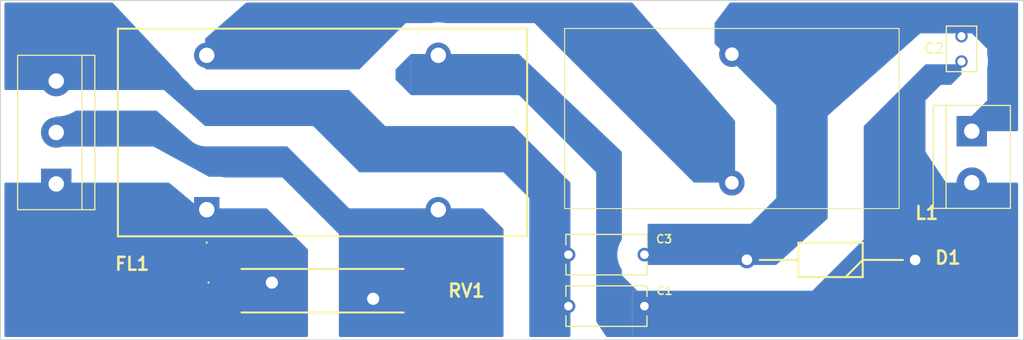
<source format=kicad_pcb>
(kicad_pcb (version 20221018) (generator pcbnew)
  (layers (0 "F.Cu" signal) (31 "B.Cu" signal) (34 "B.Paste" user) (35 "F.Paste" user) (36 "B.SilkS" user "B.Silkscreen") (37 "F.SilkS" user "F.Silkscreen") (38 "B.Mask" user) (39 "F.Mask" user) (44 "Edge.Cuts" user))
  (net 0 "")
  (net 1 "Net-(D1-A2)")
  (net 2 "Net-(D1-A1)")
  (net 3 "Net-(TM_BLOCK/3P1-Pin_1)")
  (net 4 "Net-(TM_BLOCK/3P1-Pin_2)")
  (net 5 "GNDREF")
  (net 6 "Net-(FL1-Pad4)")
  (footprint "VAMK_CON:TM_BLOCK_2P" (layer "F.Cu") (at 183.388 88.9 -90)
    (fp_text reference "TM_BLOCK/2P1" hide)
    (fp_text value "TM_BLOCK_2P" hide)
    (fp_line (start -2.54 -3.81) (end -2.54 3.81) (stroke (width 0.12)) (layer "F.SilkS"))
    (fp_line (start -2.54 3.81) (end 7.62 3.81) (stroke (width 0.12)) (layer "F.SilkS"))
    (fp_line (start 7.62 -3.81) (end -2.54 -3.81) (stroke (width 0.12)) (layer "F.SilkS"))
    (fp_line (start 7.62 2.54) (end -2.54 2.54) (stroke (width 0.12)) (layer "F.SilkS"))
    (fp_line (start 7.62 3.81) (end 7.62 -3.81) (stroke (width 0.12)) (layer "F.SilkS"))
    (pad "1" thru_hole rect (at 0 0 270) (size 3 3) (drill 1.52) (layers "*.Cu" "*.Mask") (net 1 "Net-(D1-A2)"))
    (pad "2" thru_hole circle (at 5.08 0 270) (size 3 3) (drill 1.52) (layers "*.Cu" "*.Mask") (net 2 "Net-(D1-A1)"))
  )
  (footprint "2200pF:CAP_DE2E3SA222MJ3BT02F" (layer "F.Cu") (at 147.32 101.092 180)
    (fp_text reference "C3" (at -5.69 1.54) (layer "F.SilkS") (effects (font (size 0.8 0.8))))
    (fp_text value "2200p" hide)
    (fp_line (start -4 -2) (end -4 -0.96) (stroke (width 0.127)) (layer "F.SilkS"))
    (fp_line (start -4 0.96) (end -4 2) (stroke (width 0.127)) (layer "F.SilkS"))
    (fp_line (start -4 2) (end 4 2) (stroke (width 0.127)) (layer "F.SilkS"))
    (fp_line (start 4 -2) (end -4 -2) (stroke (width 0.127)) (layer "F.SilkS"))
    (fp_line (start 4 -2) (end 4 -0.96) (stroke (width 0.127)) (layer "F.SilkS"))
    (fp_line (start 4 0.96) (end 4 2) (stroke (width 0.127)) (layer "F.SilkS"))
    (pad "1" thru_hole circle (at -3.75 0 180) (size 1.35 1.35) (drill 0.85) (layers "*.Cu" "*.Mask") (net 1 "Net-(D1-A2)"))
    (pad "2" thru_hole circle (at 3.75 0 180) (size 1.35 1.35) (drill 0.85) (layers "*.Cu" "*.Mask") (net 5 "GNDREF"))
  )
  (footprint "Filter_B82725S2103N003:B82725S2103N003" (layer "F.Cu") (at 107.86 96.65)
    (fp_text reference "FL1" (at -7.36 5.35) (layer "F.SilkS") (effects (font (size 1.27 1.27) (thickness 0.254))))
    (fp_text value "2.8 mH" hide)
    (fp_line (start -8.77 -17.87) (end -8.77 2.63) (stroke (width 0.2)) (layer "F.SilkS"))
    (fp_line (start -8.77 2.63) (end 31.63 2.63) (stroke (width 0.2)) (layer "F.SilkS"))
    (fp_line (start 0 3.2) (end 0 3.2) (stroke (width 0.1)) (layer "F.SilkS"))
    (fp_line (start 0 3.3) (end 0 3.2) (stroke (width 0.1)) (layer "F.SilkS"))
    (fp_line (start 0 3.3) (end 0 3.3) (stroke (width 0.1)) (layer "F.SilkS"))
    (fp_line (start 31.63 -17.87) (end -8.77 -17.87) (stroke (width 0.2)) (layer "F.SilkS"))
    (fp_line (start 31.63 2.63) (end 31.63 -17.87) (stroke (width 0.2)) (layer "F.SilkS"))
    (fp_arc (start 0 3.2) (mid 0.05 3.25) (end 0 3.3) (stroke (width 0.1)) (layer "F.SilkS"))
    (fp_arc (start 0 3.3) (mid -0.05 3.25) (end 0 3.2) (stroke (width 0.1)) (layer "F.SilkS"))
    (pad "1" thru_hole rect (at 0 0) (size 2.5 2.5) (drill 1.52) (layers "*.Cu" "*.Mask") (net 3 "Net-(TM_BLOCK/3P1-Pin_1)"))
    (pad "2" thru_hole circle (at 22.86 0) (size 2.5 2.5) (drill 1.52) (layers "*.Cu" "*.Mask") (net 4 "Net-(TM_BLOCK/3P1-Pin_2)"))
    (pad "3" thru_hole circle (at 22.86 -15.24) (size 2.5 2.5) (drill 1.52) (layers "*.Cu" "*.Mask") (net 2 "Net-(D1-A1)"))
    (pad "4" thru_hole circle (at 0 -15.24) (size 2.5 2.5) (drill 1.52) (layers "*.Cu" "*.Mask") (net 6 "Net-(FL1-Pad4)"))
  )
  (footprint "Coil_100u:PE92112KNL" (layer "F.Cu") (at 159.7 94 90)
    (fp_text reference "L1" (at -2.98 19.24) (layer "F.SilkS") (effects (font (size 1.27 1.27) (thickness 0.254))))
    (fp_text value "100u" hide)
    (fp_line (start -2.54 -16.51) (end 15.24 -16.51) (stroke (width 0.1)) (layer "F.SilkS"))
    (fp_line (start -2.54 16.51) (end -2.54 -16.51) (stroke (width 0.1)) (layer "F.SilkS"))
    (fp_line (start 15.24 -16.51) (end 15.24 16.51) (stroke (width 0.1)) (layer "F.SilkS"))
    (fp_line (start 15.24 16.51) (end -2.54 16.51) (stroke (width 0.1)) (layer "F.SilkS"))
    (pad "1" thru_hole circle (at 0 0 90) (size 2.5 2.5) (drill 1.343) (layers "*.Cu" "*.Mask") (net 6 "Net-(FL1-Pad4)"))
    (pad "2" thru_hole circle (at 12.7 0 90) (size 2.5 2.5) (drill 1.343) (layers "*.Cu" "*.Mask") (net 1 "Net-(D1-A2)"))
  )
  (footprint "2200pF:CAP_DE2E3SA222MJ3BT02F" (layer "F.Cu") (at 147.32 106.172 180)
    (fp_text reference "C1" (at -5.73 1.52) (layer "F.SilkS") (effects (font (size 0.8 0.8))))
    (fp_text value "2200p" hide)
    (fp_line (start -4 -2) (end -4 -0.96) (stroke (width 0.127)) (layer "F.SilkS"))
    (fp_line (start -4 0.96) (end -4 2) (stroke (width 0.127)) (layer "F.SilkS"))
    (fp_line (start -4 2) (end 4 2) (stroke (width 0.127)) (layer "F.SilkS"))
    (fp_line (start 4 -2) (end -4 -2) (stroke (width 0.127)) (layer "F.SilkS"))
    (fp_line (start 4 -2) (end 4 -0.96) (stroke (width 0.127)) (layer "F.SilkS"))
    (fp_line (start 4 0.96) (end 4 2) (stroke (width 0.127)) (layer "F.SilkS"))
    (pad "1" thru_hole circle (at -3.75 0 180) (size 1.35 1.35) (drill 0.85) (layers "*.Cu" "*.Mask") (net 2 "Net-(D1-A1)"))
    (pad "2" thru_hole circle (at 3.75 0 180) (size 1.35 1.35) (drill 0.85) (layers "*.Cu" "*.Mask") (net 5 "GNDREF"))
  )
  (footprint "P6KEG39CA:DIOAD1995W86L635D340" (layer "F.Cu") (at 179.4445 101.605 180)
    (fp_text reference "D1" (at -1.5875 0.215) (layer "F.SilkS") (effects (font (size 1.27 1.27) (thickness 0.254))))
    (fp_text value "P6KEG39CA" hide)
    (fp_line (start 2.86 -0.01) (end 6.825 0) (stroke (width 0.2)) (layer "F.SilkS"))
    (fp_line (start 6.825 -1.7) (end 13.175 -1.7) (stroke (width 0.2)) (layer "F.SilkS"))
    (fp_line (start 6.825 0) (end 8.525 -1.7) (stroke (width 0.2)) (layer "F.SilkS"))
    (fp_line (start 6.825 1.7) (end 6.825 -1.7) (stroke (width 0.2)) (layer "F.SilkS"))
    (fp_line (start 13.175 -1.7) (end 13.175 1.7) (stroke (width 0.2)) (layer "F.SilkS"))
    (fp_line (start 13.175 1.7) (end 6.825 1.7) (stroke (width 0.2)) (layer "F.SilkS"))
    (fp_line (start 13.225 0) (end 16.99 -0.01) (stroke (width 0.2)) (layer "F.SilkS"))
    (pad "1" thru_hole rect (at 1.65 -0.01 180) (size 1.68 1.68) (drill 1.05) (layers "*.Cu" "*.Mask") (net 2 "Net-(D1-A1)"))
    (pad "2" thru_hole circle (at 18.26 0.01 180) (size 1.68 1.68) (drill 1.05) (layers "*.Cu" "*.Mask") (net 1 "Net-(D1-A2)"))
  )
  (footprint "VAMK_CON:TM_BLOCK_3P" (layer "F.Cu") (at 93 94.11 90)
    (fp_text reference "TM_BLOCK/3P1" hide)
    (fp_text value "TM_BLOCK_3P" hide)
    (fp_line (start -2.54 -3.81) (end 12.7 -3.81) (stroke (width 0.12)) (layer "F.SilkS"))
    (fp_line (start -2.54 2.54) (end 12.7 2.54) (stroke (width 0.12)) (layer "F.SilkS"))
    (fp_line (start -2.54 3.81) (end -2.54 -3.81) (stroke (width 0.12)) (layer "F.SilkS"))
    (fp_line (start -2.54 3.81) (end 12.7 3.81) (stroke (width 0.12)) (layer "F.SilkS"))
    (fp_line (start 12.7 3.81) (end 12.7 -3.81) (stroke (width 0.12)) (layer "F.SilkS"))
    (pad "1" thru_hole rect (at 0 0 90) (size 3 3) (drill 1.52) (layers "*.Cu" "*.Mask") (net 3 "Net-(TM_BLOCK/3P1-Pin_1)"))
    (pad "2" thru_hole circle (at 5.08 0 90) (size 3 3) (drill 1.52) (layers "*.Cu" "*.Mask") (net 4 "Net-(TM_BLOCK/3P1-Pin_2)"))
    (pad "3" thru_hole circle (at 10.16 0 90) (size 3 3) (drill 1.52) (layers "*.Cu" "*.Mask") (net 5 "GNDREF"))
  )
  (footprint "RV:B72220S0500K101" (layer "F.Cu") (at 114.29 103.85)
    (fp_text reference "RV1" (at 19.21 0.8) (layer "F.SilkS") (effects (font (size 1.27 1.27) (thickness 0.254))))
    (fp_text value "Vdc=65" hide)
    (fp_line (start -6.3 0) (end -6.3 0) (stroke (width 0.1)) (layer "F.SilkS"))
    (fp_line (start -6.2 0) (end -6.2 0) (stroke (width 0.1)) (layer "F.SilkS"))
    (fp_line (start -3 -1.35) (end 13 -1.35) (stroke (width 0.2)) (layer "F.SilkS"))
    (fp_line (start -3 2.95) (end 13 2.95) (stroke (width 0.2)) (layer "F.SilkS"))
    (fp_arc (start -6.3 0) (mid -6.25 -0.05) (end -6.2 0) (stroke (width 0.1)) (layer "F.SilkS"))
    (fp_arc (start -6.2 0) (mid -6.25 0.05) (end -6.3 0) (stroke (width 0.1)) (layer "F.SilkS"))
    (pad "1" thru_hole rect (at 0 0) (size 1.95 1.95) (drill 1.2) (layers "*.Cu" "*.Mask") (net 3 "Net-(TM_BLOCK/3P1-Pin_1)"))
    (pad "2" thru_hole circle (at 10 1.6) (size 1.95 1.95) (drill 1.2) (layers "*.Cu" "*.Mask") (net 4 "Net-(TM_BLOCK/3P1-Pin_2)"))
  )
  (footprint "10nF-throughhole:CAPRB250W50L450T300H550" (layer "F.Cu") (at 182.372 80.772 -90)
    (fp_text reference "C2" (at -0.03 2.7) (layer "F.SilkS"))
    (fp_text value "10n" hide)
    (fp_line (start -2.25 -1.5) (end -2.25 1.5) (stroke (width 0.127)) (layer "F.SilkS"))
    (fp_line (start -2.25 -1.5) (end 2.25 -1.5) (stroke (width 0.127)) (layer "F.SilkS"))
    (fp_line (start -2.25 1.5) (end 2.25 1.5) (stroke (width 0.127)) (layer "F.SilkS"))
    (fp_line (start 2.25 -1.5) (end 2.25 1.5) (stroke (width 0.127)) (layer "F.SilkS"))
    (pad "1" thru_hole circle (at -1.25 0 270) (size 1.22 1.22) (drill 0.8) (layers "*.Cu" "*.Mask") (net 1 "Net-(D1-A2)"))
    (pad "2" thru_hole circle (at 1.25 0 270) (size 1.22 1.22) (drill 0.8) (layers "*.Cu" "*.Mask") (net 2 "Net-(D1-A1)"))
  )
  (gr_rect (start 87.5 76) (end 188.5 109.5) (stroke (width 0.1)) (fill none) (layer "Edge.Cuts"))
  (zone (net 1) (net_name "Net-(D1-A2)") (layer "B.Cu") (priority 8) (connect_pads yes (clearance 2)) (min_thickness 0.25) (fill yes (thermal_gap 0.5) (thermal_bridge_width 0.5))
    (polygon (pts (xy 164.084 102.108) (xy 169.164 97.536) (xy 169.164 87.376) (xy 178.308 79.248) (xy 183.388 79.248) (xy 184.912 80.772) (xy 184.912 85.852) (xy 182.88 87.884) (xy 182.88 88.9) (xy 187.96 88.9) (xy 187.96 76.2) (xy 159.512 76.2) (xy 157.988 78.232) (xy 157.988 80.264) (xy 164.084 86.36) (xy 164.084 95.504) (xy 161.544 98.044) (xy 151.384 98.044) (xy 151.384 102.108) (xy 152.4 102.108)))
  )
  (zone (net 5) (net_name "GNDREF") (layer "B.Cu") (priority 2) (connect_pads yes (clearance 2)) (min_thickness 0.25) (fill yes (thermal_gap 0.5) (thermal_bridge_width 0.5))
    (polygon (pts (xy 121.92 84.836) (xy 125.476 88.392) (xy 138.176 88.392) (xy 143.764 93.98) (xy 143.764 109.22) (xy 139.7 109.22) (xy 139.7 95.504) (xy 137.16 92.964) (xy 122.936 92.964) (xy 118.364 88.392) (xy 107.696 88.392) (xy 103.632 84.836) (xy 106.172 84.836)))
  )
  (zone (net 6) (net_name "Net-(FL1-Pad4)") (layer "B.Cu") (priority 3) (connect_pads yes (clearance 2)) (min_thickness 0.25) (fill yes (thermal_gap 0.5) (thermal_bridge_width 0.5))
    (polygon (pts (xy 160.02 93.98) (xy 160.02 87.884) (xy 149.86 76.2) (xy 111.76 76.2) (xy 107.696 79.756) (xy 107.696 82.804) (xy 122.936 82.804) (xy 127.508 78.232) (xy 140.208 78.232) (xy 155.956 93.98)))
  )
  (zone (net 5) (net_name "GNDREF") (layer "B.Cu") (priority 6) (connect_pads yes (clearance 2)) (min_thickness 0.25) (fill yes (thermal_gap 0.5) (thermal_bridge_width 0.5))
    (polygon (pts (xy 87.884 83.82) (xy 87.884 76.2) (xy 98.552 76.2) (xy 106.68 84.836) (xy 87.884 84.836)))
  )
  (zone (net 2) (net_name "Net-(D1-A1)") (layer "B.Cu") (priority 4) (connect_pads yes (clearance 2)) (min_thickness 0.25) (fill yes (thermal_gap 0.5) (thermal_bridge_width 0.5))
    (polygon (pts (xy 128.016 81.28) (xy 138.684 81.28) (xy 148.844 90.932) (xy 148.844 103.124) (xy 150.876 105.156) (xy 150.876 107.696) (xy 149.86 109.22) (xy 147.32 109.22) (xy 146.304 107.696) (xy 146.304 92.964) (xy 138.684 85.344) (xy 134.62 85.344) (xy 128.016 85.344)))
  )
  (zone (net 2) (net_name "Net-(D1-A1)") (layer "B.Cu") (priority 5) (connect_pads yes (clearance 2)) (min_thickness 0.25) (fill yes (thermal_gap 0.5) (thermal_bridge_width 0.5))
    (polygon (pts (xy 128.016 85.344) (xy 126.492 83.82) (xy 126.492 82.804) (xy 128.016 81.28)))
  )
  (zone (net 3) (net_name "Net-(TM_BLOCK/3P1-Pin_1)") (layer "B.Cu") (connect_pads yes (clearance 2)) (min_thickness 0.25) (fill yes (thermal_gap 0.5) (thermal_bridge_width 0.5))
    (polygon (pts (xy 104.14 93.98) (xy 107.188 96.52) (xy 113.792 96.52) (xy 117.856 100.584) (xy 117.856 109.22) (xy 87.884 109.22) (xy 87.884 93.98)))
  )
  (zone (net 4) (net_name "Net-(TM_BLOCK/3P1-Pin_2)") (layer "B.Cu") (priority 1) (connect_pads yes (clearance 2)) (min_thickness 0.25) (fill yes (thermal_gap 0.5) (thermal_bridge_width 0.5))
    (polygon (pts (xy 120.904 109.22) (xy 120.904 99.06) (xy 115.316 93.472) (xy 108.204 93.472) (xy 102.616 90.424) (xy 92.456 90.424) (xy 92.964 86.868) (xy 103.124 86.868) (xy 106.68 89.916) (xy 115.316 89.916) (xy 121.92 96.52) (xy 135.128 96.52) (xy 136.144 97.536) (xy 137.16 98.552) (xy 137.16 109.22)))
  )
  (zone (net 2) (net_name "Net-(D1-A1)") (layer "B.Cu") (priority 7) (connect_pads yes (clearance 2)) (min_thickness 0.25) (fill yes (thermal_gap 0.5) (thermal_bridge_width 0.5))
    (polygon (pts (xy 149.86 104.648) (xy 167.64 104.648) (xy 172.72 99.568) (xy 172.72 88.392) (xy 178.816 82.296) (xy 182.372 82.296) (xy 182.372 83.312) (xy 181.356 84.328) (xy 180.34 84.328) (xy 178.816 85.852) (xy 178.816 90.932) (xy 180.848 93.98) (xy 187.96 93.98) (xy 187.96 109.22) (xy 149.86 109.22)))
  )
)
</source>
